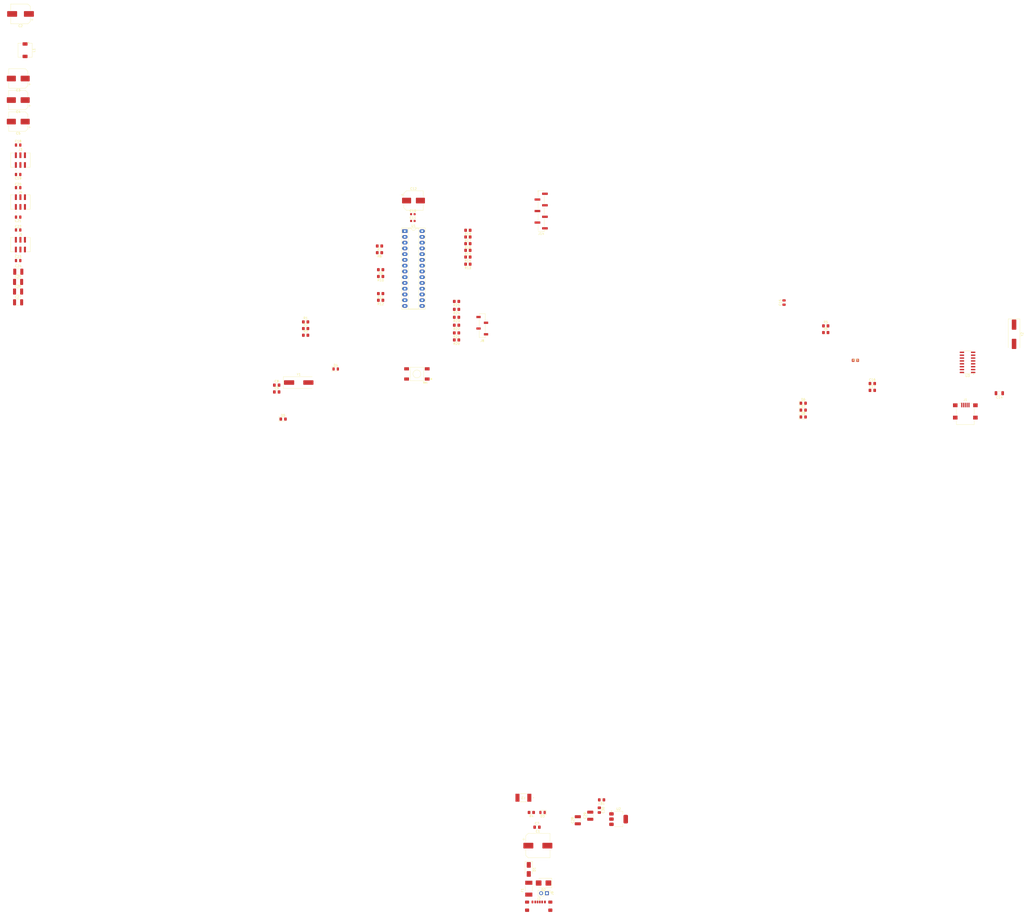
<source format=kicad_pcb>
(kicad_pcb (version 20241229) (generator "pcbnew") (generator_version "9.0")
  (layers (0 "F.Cu" signal) (2 "B.Cu" signal) (13 "F.Paste" user) (15 "B.Paste" user) (5 "F.SilkS" user "F.Silkscreen") (7 "B.SilkS" user "B.Silkscreen") (1 "F.Mask" user) (3 "B.Mask" user) (25 "Edge.Cuts" user))
  (net 0 "")
  (net 1 "+5v_Micro")
  (net 2 "GND")
  (net 3 "V5_SERVOS_PRE_L1")
  (net 4 "Net-(U1-PB7(PCINT7{slash}XTAL2{slash}TOSC2))")
  (net 5 "Net-(U1-PB6(PCINT6{slash}XTAL1{slash}TOSC1))")
  (net 6 "Net-(U3-XI)")
  (net 7 "Net-(U3-XO)")
  (net 8 "Net-(U2-VO)")
  (net 9 "3,3v")
  (net 10 "Net-(D1-A)")
  (net 11 "Net-(D3-A)")
  (net 12 "Net-(D4-A)")
  (net 13 "Net-(D5-A)")
  (net 14 "Net-(D6-A)")
  (net 15 "Net-(D7-A)")
  (net 16 "Net-(D8-A)")
  (net 17 "+5vE")
  (net 18 "Net-(J1-D-)")
  (net 20 "Net-(J1-D+)")
  (net 23 "S1")
  (net 24 "S2")
  (net 25 "S4")
  (net 26 "S3")
  (net 27 "S5")
  (net 28 "S6")
  (net 29 "ISP3")
  (net 30 "ISP4")
  (net 31 "ISP1")
  (net 32 "ISP2")
  (net 33 "Net-(J14-Pin_1)")
  (net 34 "Net-(J14-Pin_4)")
  (net 35 "Net-(J14-Pin_2)")
  (net 36 "Net-(J14-Pin_6)")
  (net 37 "Net-(J14-Pin_5)")
  (net 38 "Net-(J14-Pin_3)")
  (net 39 "Net-(U1-PC6(PCINT14{slash}~{RESET}))")
  (net 40 "Net-(U1-PB1(OC1A{slash}PCINT1))")
  (net 41 "Net-(U1-PB0(PCINT0{slash}CLKO{slash}ICP1))")
  (net 42 "USB_RX")
  (net 43 "Net-(U1-PD2(PCINT18{slash}INT0))")
  (net 44 "Net-(U1-PD3(PCINT19{slash}OC2B{slash}INT1))")
  (net 45 "Net-(U1-PD4(PCINT20{slash}XCK{slash}T0))")
  (net 46 "Net-(U1-PD5(PCINT21{slash}OC0B{slash}T1))")
  (net 47 "Net-(U1-PD6(PCINT22{slash}OC0A{slash}AIN0))")
  (net 48 "Net-(U1-PD7(PCINT23{slash}AIN1))")
  (net 49 "Net-(U1-PC0(ADC0{slash}PCINT8))")
  (net 50 "Net-(U1-PC1(ADC1{slash}PCINT9))")
  (net 51 "Net-(U1-PC2(ADC2{slash}PCINT10))")
  (net 52 "Net-(U1-PC3(ADC3{slash}PCINT11))")
  (net 53 "Net-(U1-PC4(ADC4{slash}SDA{slash}PCINT12))")
  (net 54 "Net-(U1-PC5(ADC5{slash}SCL{slash}PCINT13))")
  (net 55 "USB_TX")
  (net 56 "Net-(U1-PB3(MOSI{slash}OC2A{slash}PCINT3))")
  (net 57 "Net-(U1-PB4(MISO{slash}PCINT4))")
  (net 58 "Net-(U1-PB5(SCK{slash}PCINT5))")
  (net 59 "Net-(U1-PB2(~{SS}{slash}OC1B{slash}PCINT2))")
  (footprint "Crystal:Crystal_SMD_HC49-SD" (layer "F.Cu") (at 484.5 85.5 -90)
    (property "Reference" "Y2" (at 0 -3.55 90) (layer "F.SilkS"))
    (property "Value" "12Mhz")
    (pad "1" smd roundrect (at -4.25 0 270) (size 4.5 2) (layers "F.Cu" "F.Mask" "F.Paste") (roundrect_rratio 0.125) (net 7 "Net-(U3-XO)"))
    (pad "2" smd roundrect (at 4.25 0 270) (size 4.5 2) (layers "F.Cu" "F.Mask" "F.Paste") (roundrect_rratio 0.125) (net 6 "Net-(U3-XI)"))
  )
  (footprint "Resistor_SMD:R_0805_2012Metric_Pad1.20x1.40mm_HandSolder" (layer "F.Cu") (at 205 57 180)
    (property "Reference" "R9" (at 0 -1.65 0) (layer "F.SilkS"))
    (property "Value" "220Ω 1%")
    (pad "1" smd roundrect (at -1 0 180) (size 1.2 1.4) (layers "F.Cu" "F.Mask" "F.Paste") (roundrect_rratio 0.208333) (net 45 "Net-(U1-PD4(PCINT20{slash}XCK{slash}T0))"))
    (pad "2" smd roundrect (at 1 0 180) (size 1.2 1.4) (layers "F.Cu" "F.Mask" "F.Paste") (roundrect_rratio 0.208333) (net 26 "S3"))
  )
  (footprint "Connector_PinHeader_2.54mm:PinHeader_1x07_P2.54mm_Vertical_SMD_Pin1Left" (layer "F.Cu") (at 275.845 31.12 180)
    (property "Reference" "J14" (at 0 -10 0) (layer "F.SilkS"))
    (property "Value" "Conn_01x07_Socket")
    (pad "1" smd rect (at -1.655 -7.62 180) (size 2.51 1) (layers "F.Cu" "F.Mask" "F.Paste") (net 33 "Net-(J14-Pin_1)"))
    (pad "2" smd rect (at 1.655 -5.08 180) (size 2.51 1) (layers "F.Cu" "F.Mask" "F.Paste") (net 35 "Net-(J14-Pin_2)"))
    (pad "3" smd rect (at -1.655 -2.54 180) (size 2.51 1) (layers "F.Cu" "F.Mask" "F.Paste") (net 38 "Net-(J14-Pin_3)"))
    (pad "4" smd rect (at 1.655 0 180) (size 2.51 1) (layers "F.Cu" "F.Mask" "F.Paste") (net 34 "Net-(J14-Pin_4)"))
    (pad "5" smd rect (at -1.655 2.54 180) (size 2.51 1) (layers "F.Cu" "F.Mask" "F.Paste") (net 37 "Net-(J14-Pin_5)"))
    (pad "6" smd rect (at 1.655 5.08 180) (size 2.51 1) (layers "F.Cu" "F.Mask" "F.Paste") (net 36 "Net-(J14-Pin_6)"))
    (pad "7" smd rect (at -1.655 7.62 180) (size 2.51 1) (layers "F.Cu" "F.Mask" "F.Paste") (net 9 "3,3v"))
  )
  (footprint "Resistor_SMD:R_0805_2012Metric_Pad1.20x1.40mm_HandSolder" (layer "F.Cu") (at 238.5 88 180)
    (property "Reference" "R20" (at 0 -1.65 0) (layer "F.SilkS"))
    (property "Value" "33Ω 1%")
    (pad "1" smd roundrect (at -1 0 180) (size 1.2 1.4) (layers "F.Cu" "F.Mask" "F.Paste") (roundrect_rratio 0.208333) (net 31 "ISP1"))
    (pad "2" smd roundrect (at 1 0 180) (size 1.2 1.4) (layers "F.Cu" "F.Mask" "F.Paste") (roundrect_rratio 0.208333) (net 56 "Net-(U1-PB3(MOSI{slash}OC2A{slash}PCINT3))"))
  )
  (footprint "Package_DIP:DIP-28_W7.62mm_Socket_LongPads" (layer "F.Cu") (at 215.69 39.99)
    (property "Reference" "U1" (at 3.81 -2.33 0) (layer "F.SilkS"))
    (property "Value" "ATMEGA328-PU")
    (pad "1" thru_hole roundrect (at 0 0) (size 2.4 1.6) (drill 0.8) (layers "*.Cu" "*.Mask") (roundrect_rratio 0.15625) (net 39 "Net-(U1-PC6(PCINT14{slash}~{RESET}))"))
    (pad "2" thru_hole oval (at 0 2.54) (size 2.4 1.6) (drill 0.8) (layers "*.Cu" "*.Mask") (net 42 "USB_RX"))
    (pad "3" thru_hole oval (at 0 5.08) (size 2.4 1.6) (drill 0.8) (layers "*.Cu" "*.Mask") (net 55 "USB_TX"))
    (pad "4" thru_hole oval (at 0 7.62) (size 2.4 1.6) (drill 0.8) (layers "*.Cu" "*.Mask") (net 43 "Net-(U1-PD2(PCINT18{slash}INT0))"))
    (pad "5" thru_hole oval (at 0 10.16) (size 2.4 1.6) (drill 0.8) (layers "*.Cu" "*.Mask") (net 44 "Net-(U1-PD3(PCINT19{slash}OC2B{slash}INT1))"))
    (pad "6" thru_hole oval (at 0 12.7) (size 2.4 1.6) (drill 0.8) (layers "*.Cu" "*.Mask") (net 45 "Net-(U1-PD4(PCINT20{slash}XCK{slash}T0))"))
    (pad "7" thru_hole oval (at 0 15.24) (size 2.4 1.6) (drill 0.8) (layers "*.Cu" "*.Mask") (net 1 "+5v_Micro"))
    (pad "8" thru_hole oval (at 0 17.78) (size 2.4 1.6) (drill 0.8) (layers "*.Cu" "*.Mask") (net 2 "GND"))
    (pad "9" thru_hole oval (at 0 20.32) (size 2.4 1.6) (drill 0.8) (layers "*.Cu" "*.Mask") (net 5 "Net-(U1-PB6(PCINT6{slash}XTAL1{slash}TOSC1))"))
    (pad "10" thru_hole oval (at 0 22.86) (size 2.4 1.6) (drill 0.8) (layers "*.Cu" "*.Mask") (net 4 "Net-(U1-PB7(PCINT7{slash}XTAL2{slash}TOSC2))"))
    (pad "11" thru_hole oval (at 0 25.4) (size 2.4 1.6) (drill 0.8) (layers "*.Cu" "*.Mask") (net 46 "Net-(U1-PD5(PCINT21{slash}OC0B{slash}T1))"))
    (pad "12" thru_hole oval (at 0 27.94) (size 2.4 1.6) (drill 0.8) (layers "*.Cu" "*.Mask") (net 47 "Net-(U1-PD6(PCINT22{slash}OC0A{slash}AIN0))"))
    (pad "13" thru_hole oval (at 0 30.48) (size 2.4 1.6) (drill 0.8) (layers "*.Cu" "*.Mask") (net 48 "Net-(U1-PD7(PCINT23{slash}AIN1))"))
    (pad "14" thru_hole oval (at 0 33.02) (size 2.4 1.6) (drill 0.8) (layers "*.Cu" "*.Mask") (net 41 "Net-(U1-PB0(PCINT0{slash}CLKO{slash}ICP1))"))
    (pad "15" thru_hole oval (at 7.62 33.02) (size 2.4 1.6) (drill 0.8) (layers "*.Cu" "*.Mask") (net 40 "Net-(U1-PB1(OC1A{slash}PCINT1))"))
    (pad "16" thru_hole oval (at 7.62 30.48) (size 2.4 1.6) (drill 0.8) (layers "*.Cu" "*.Mask") (net 59 "Net-(U1-PB2(~{SS}{slash}OC1B{slash}PCINT2))"))
    (pad "17" thru_hole oval (at 7.62 27.94) (size 2.4 1.6) (drill 0.8) (layers "*.Cu" "*.Mask") (net 56 "Net-(U1-PB3(MOSI{slash}OC2A{slash}PCINT3))"))
    (pad "18" thru_hole oval (at 7.62 25.4) (size 2.4 1.6) (drill 0.8) (layers "*.Cu" "*.Mask") (net 57 "Net-(U1-PB4(MISO{slash}PCINT4))"))
    (pad "19" thru_hole oval (at 7.62 22.86) (size 2.4 1.6) (drill 0.8) (layers "*.Cu" "*.Mask") (net 58 "Net-(U1-PB5(SCK{slash}PCINT5))"))
    (pad "20" thru_hole oval (at 7.62 20.32) (size 2.4 1.6) (drill 0.8) (layers "*.Cu" "*.Mask") (net 1 "+5v_Micro"))
    (pad "21" thru_hole oval (at 7.62 17.78) (size 2.4 1.6) (drill 0.8) (layers "*.Cu" "*.Mask"))
    (pad "22" thru_hole oval (at 7.62 15.24) (size 2.4 1.6) (drill 0.8) (layers "*.Cu" "*.Mask") (net 2 "GND"))
    (pad "23" thru_hole oval (at 7.62 12.7) (size 2.4 1.6) (drill 0.8) (layers "*.Cu" "*.Mask") (net 49 "Net-(U1-PC0(ADC0{slash}PCINT8))"))
    (pad "24" thru_hole oval (at 7.62 10.16) (size 2.4 1.6) (drill 0.8) (layers "*.Cu" "*.Mask") (net 50 "Net-(U1-PC1(ADC1{slash}PCINT9))"))
    (pad "25" thru_hole oval (at 7.62 7.62) (size 2.4 1.6) (drill 0.8) (layers "*.Cu" "*.Mask") (net 51 "Net-(U1-PC2(ADC2{slash}PCINT10))"))
    (pad "26" thru_hole oval (at 7.62 5.08) (size 2.4 1.6) (drill 0.8) (layers "*.Cu" "*.Mask") (net 52 "Net-(U1-PC3(ADC3{slash}PCINT11))"))
    (pad "27" thru_hole oval (at 7.62 2.54) (size 2.4 1.6) (drill 0.8) (layers "*.Cu" "*.Mask") (net 53 "Net-(U1-PC4(ADC4{slash}SDA{slash}PCINT12))"))
    (pad "28" thru_hole oval (at 7.62 0) (size 2.4 1.6) (drill 0.8) (layers "*.Cu" "*.Mask") (net 54 "Net-(U1-PC5(ADC5{slash}SCL{slash}PCINT13))"))
  )
  (footprint "Resistor_SMD:R_0805_2012Metric_Pad1.20x1.40mm_HandSolder" (layer "F.Cu") (at 243.5 39.62 180)
    (property "Reference" "R18" (at 0 -1.65 0) (layer "F.SilkS"))
    (property "Value" "10KΩ 1%")
    (pad "1" smd roundrect (at -1 0 180) (size 1.2 1.4) (layers "F.Cu" "F.Mask" "F.Paste") (roundrect_rratio 0.208333) (net 54 "Net-(U1-PC5(ADC5{slash}SCL{slash}PCINT13))"))
    (pad "2" smd roundrect (at 1 0 180) (size 1.2 1.4) (layers "F.Cu" "F.Mask" "F.Paste") (roundrect_rratio 0.208333) (net 36 "Net-(J14-Pin_6)"))
  )
  (footprint "Capacitor_SMD:C_1210_3225Metric_Pad1.33x2.70mm_HandSolder" (layer "F.Cu") (at 45.0325 66.65)
    (property "Reference" "C26" (at 0 -2.3 0) (layer "F.SilkS"))
    (property "Value" "10UF-16V")
    (pad "1" smd roundrect (at -1.5625 0) (size 1.325 2.7) (layers "F.Cu" "F.Mask" "F.Paste") (roundrect_rratio 0.188679) (net 2 "GND"))
    (pad "2" smd roundrect (at 1.5625 0) (size 1.325 2.7) (layers "F.Cu" "F.Mask" "F.Paste") (roundrect_rratio 0.188679) (net 3 "V5_SERVOS_PRE_L1"))
  )
  (footprint "Resistor_SMD:R_0805_2012Metric_Pad1.20x1.40mm_HandSolder" (layer "F.Cu") (at 243.5 54.57 180)
    (property "Reference" "R13" (at 0 -1.65 0) (layer "F.SilkS"))
    (property "Value" "10KΩ 1%")
    (pad "1" smd roundrect (at -1 0 180) (size 1.2 1.4) (layers "F.Cu" "F.Mask" "F.Paste") (roundrect_rratio 0.208333) (net 49 "Net-(U1-PC0(ADC0{slash}PCINT8))"))
    (pad "2" smd roundrect (at 1 0 180) (size 1.2 1.4) (layers "F.Cu" "F.Mask" "F.Paste") (roundrect_rratio 0.208333) (net 33 "Net-(J14-Pin_1)"))
  )
  (footprint "Package_TO_SOT_SMD:SOT-223-3_TabPin2" (layer "F.Cu") (at 310 299.4375)
    (property "Reference" "U2" (at 0 -4.5 0) (layer "F.SilkS"))
    (property "Value" "AMS1117-3.3v")
    (pad "1" smd roundrect (at -3.15 -2.3) (size 2 1.5) (layers "F.Cu" "F.Mask" "F.Paste") (net 2 "GND"))
    (pad "2" smd roundrect (at -3.15 0) (size 2 1.5) (layers "F.Cu" "F.Mask" "F.Paste") (net 8 "Net-(U2-VO)"))
    (pad "2" smd roundrect (at 3.15 0) (size 2 3.8) (layers "F.Cu" "F.Mask" "F.Paste") (net 8 "Net-(U2-VO)"))
    (pad "3" smd roundrect (at -3.15 2.3) (size 2 1.5) (layers "F.Cu" "F.Mask" "F.Paste") (net 1 "+5v_Micro"))
  )
  (footprint "LED_SMD:LED_0805_2012Metric_Pad1.15x1.40mm_HandSolder" (layer "F.Cu") (at 391.475 122)
    (property "Reference" "D8" (at 0 -1.65 0) (layer "F.SilkS"))
    (property "Value" "LED Orange")
    (pad "1" smd roundrect (at -1.025 0) (size 1.15 1.4) (layers "F.Cu" "F.Mask" "F.Paste") (roundrect_rratio 0.217391) (net 2 "GND"))
    (pad "2" smd roundrect (at 1.025 0) (size 1.15 1.4) (layers "F.Cu" "F.Mask" "F.Paste") (roundrect_rratio 0.217391) (net 16 "Net-(D8-A)"))
  )
  (footprint "Resistor_SMD:R_0805_2012Metric_Pad1.20x1.40mm_HandSolder" (layer "F.Cu") (at 401.4 84.74)
    (property "Reference" "R6" (at 0 -1.65 0) (layer "F.SilkS"))
    (property "Value" "330Ω 1%")
    (pad "1" smd roundrect (at -1 0) (size 1.2 1.4) (layers "F.Cu" "F.Mask" "F.Paste") (roundrect_rratio 0.208333) (net 15 "Net-(D7-A)"))
    (pad "2" smd roundrect (at 1 0) (size 1.2 1.4) (layers "F.Cu" "F.Mask" "F.Paste") (roundrect_rratio 0.208333) (net 42 "USB_RX"))
  )
  (footprint "Capacitor_SMD:C_0805_2012Metric_Pad1.18x1.45mm_HandSolder" (layer "F.Cu") (at 421.9625 110.25)
    (property "Reference" "C17" (at 0 -1.68 0) (layer "F.SilkS"))
    (property "Value" "22pF 16v")
    (pad "1" smd roundrect (at -1.0375 0) (size 1.175 1.45) (layers "F.Cu" "F.Mask" "F.Paste") (roundrect_rratio 0.212766) (net 2 "GND"))
    (pad "2" smd roundrect (at 1.0375 0) (size 1.175 1.45) (layers "F.Cu" "F.Mask" "F.Paste") (roundrect_rratio 0.212766) (net 7 "Net-(U3-XO)"))
  )
  (footprint "Connector_USB:USB_Mini-B_Lumberg_2486_01_Horizontal" (layer "F.Cu") (at 463 119.425)
    (property "Reference" "J1" (at 0 -5 0) (layer "F.SilkS"))
    (property "Value" "USB_OTG")
    (pad "" np_thru_hole circle (at -2.2 0) (size 1 1) (drill 1) (layers "*.Cu" "*.Mask"))
    (pad "" np_thru_hole circle (at 2.2 0) (size 1 1) (drill 1) (layers "*.Cu" "*.Mask"))
    (pad "1" smd rect (at -1.6 -2.7) (size 0.5 2) (layers "F.Cu" "F.Mask" "F.Paste") (net 1 "+5v_Micro"))
    (pad "2" smd rect (at -0.8 -2.7) (size 0.5 2) (layers "F.Cu" "F.Mask" "F.Paste") (net 18 "Net-(J1-D-)"))
    (pad "3" smd rect (at 0 -2.7) (size 0.5 2) (layers "F.Cu" "F.Mask" "F.Paste") (net 20 "Net-(J1-D+)"))
    (pad "4" smd rect (at 0.8 -2.7) (size 0.5 2) (layers "F.Cu" "F.Mask" "F.Paste"))
    (pad "5" smd rect (at 1.6 -2.7) (size 0.5 2) (layers "F.Cu" "F.Mask" "F.Paste") (net 2 "GND"))
    (pad "6" smd rect (at -4.45 -2.6) (size 2 1.7) (layers "F.Cu" "F.Mask" "F.Paste") (net 2 "GND"))
    (pad "6" smd rect (at -4.45 2.85) (size 2 1.7) (layers "F.Cu" "F.Mask" "F.Paste") (net 2 "GND"))
    (pad "6" smd rect (at 4.45 -2.6) (size 2 1.7) (layers "F.Cu" "F.Mask" "F.Paste") (net 2 "GND"))
    (pad "6" smd rect (at 4.45 2.85) (size 2 1.7) (layers "F.Cu" "F.Mask" "F.Paste") (net 2 "GND"))
  )
  (footprint "Capacitor_SMD:C_0805_2012Metric" (layer "F.Cu") (at 383 71.51 90)
    (property "Reference" "C15" (at 0 -1.68 90) (layer "F.SilkS"))
    (property "Value" "0.1 µF 16v")
    (pad "1" smd roundrect (at -0.95 0 90) (size 1 1.45) (layers "F.Cu" "F.Mask" "F.Paste") (net 1 "+5v_Micro"))
    (pad "2" smd roundrect (at 0.95 0 90) (size 1 1.45) (layers "F.Cu" "F.Mask" "F.Paste") (net 2 "GND"))
  )
  (footprint "Resistor_SMD:R_0805_2012Metric_Pad1.20x1.40mm_HandSolder" (layer "F.Cu") (at 238.5 71 180)
    (property "Reference" "R25" (at 0 -1.65 0) (layer "F.SilkS"))
    (property "Value" "10 kΩ 1%")
    (pad "1" smd roundrect (at -1 0 180) (size 1.2 1.4) (layers "F.Cu" "F.Mask" "F.Paste") (roundrect_rratio 0.208333) (net 1 "+5v_Micro"))
    (pad "2" smd roundrect (at 1 0 180) (size 1.2 1.4) (layers "F.Cu" "F.Mask" "F.Paste") (roundrect_rratio 0.208333) (net 59 "Net-(U1-PB2(~{SS}{slash}OC1B{slash}PCINT2))"))
  )
  (footprint "Capacitor_SMD:CP_Elec_8x6.2" (layer "F.Cu") (at 45.1 -8.35 180)
    (property "Reference" "C5" (at 0 -5.2 0) (layer "F.SilkS"))
    (property "Value" "470UF 16V baja ESR")
    (pad "1" smd roundrect (at -3.05 0 180) (size 4 2.5) (layers "F.Cu" "F.Mask" "F.Paste") (roundrect_rratio 0.1) (net 3 "V5_SERVOS_PRE_L1"))
    (pad "2" smd roundrect (at 3.05 0 180) (size 4 2.5) (layers "F.Cu" "F.Mask" "F.Paste") (roundrect_rratio 0.1) (net 2 "GND"))
  )
  (footprint "Capacitor_SMD:C_0805_2012Metric" (layer "F.Cu") (at 45.05 33.8 180)
    (property "Reference" "C21" (at 0 -1.68 0) (layer "F.SilkS"))
    (property "Value" "100NF")
    (pad "1" smd roundrect (at -0.95 0 180) (size 1 1.45) (layers "F.Cu" "F.Mask" "F.Paste") (net 3 "V5_SERVOS_PRE_L1"))
    (pad "2" smd roundrect (at 0.95 0 180) (size 1 1.45) (layers "F.Cu" "F.Mask" "F.Paste") (net 2 "GND"))
  )
  (footprint "Capacitor_SMD:C_0805_2012Metric" (layer "F.Cu") (at 45.05 52.975)
    (property "Reference" "C23" (at 0 -1.68 0) (layer "F.SilkS"))
    (property "Value" "100NF")
    (pad "1" smd roundrect (at -0.95 0) (size 1 1.45) (layers "F.Cu" "F.Mask" "F.Paste") (net 2 "GND"))
    (pad "2" smd roundrect (at 0.95 0) (size 1 1.45) (layers "F.Cu" "F.Mask" "F.Paste") (net 3 "V5_SERVOS_PRE_L1"))
  )
  (footprint "Capacitor_SMD:C_1210_3225Metric_Pad1.33x2.70mm_HandSolder" (layer "F.Cu") (at 292 299.9375 90)
    (property "Reference" "C28" (at 0 -2.3 90) (layer "F.SilkS"))
    (property "Value" "10UF-16V")
    (pad "1" smd roundrect (at -1.5625 0 90) (size 1.325 2.7) (layers "F.Cu" "F.Mask" "F.Paste") (roundrect_rratio 0.188679) (net 1 "+5v_Micro"))
    (pad "2" smd roundrect (at 1.5625 0 90) (size 1.325 2.7) (layers "F.Cu" "F.Mask" "F.Paste") (roundrect_rratio 0.188679) (net 2 "GND"))
  )
  (footprint "Capacitor_SMD:C_0805_2012Metric_Pad1.18x1.45mm_HandSolder" (layer "F.Cu") (at 421.9625 107.24)
    (property "Reference" "C16" (at 0 -1.68 0) (layer "F.SilkS"))
    (property "Value" "22pF 16v")
    (pad "1" smd roundrect (at -1.0375 0) (size 1.175 1.45) (layers "F.Cu" "F.Mask" "F.Paste") (roundrect_rratio 0.212766) (net 2 "GND"))
    (pad "2" smd roundrect (at 1.0375 0) (size 1.175 1.45) (layers "F.Cu" "F.Mask" "F.Paste") (roundrect_rratio 0.212766) (net 6 "Net-(U3-XI)"))
  )
  (footprint "G823MB06221KYEU:AMPHENOL_G823MB06221KYEU" (layer "F.Cu") (at 46.05 45.95)
    (property "Reference" "J5" (at 0 -4.475 0) (layer "F.SilkS"))
    (property "Value" "G823MB06221KYEU")
    (pad "" np_thru_hole circle (at -1 0) (size 1.05 1.05) (drill 1.05) (layers "*.Cu" "*.Mask"))
    (pad "" np_thru_hole circle (at 1 0) (size 1.05 1.05) (drill 1.05) (layers "*.Cu" "*.Mask"))
    (pad "1" smd rect (at -2 2.15) (size 0.9 2.5) (layers "F.Cu" "F.Mask" "F.Paste") (net 2 "GND"))
    (pad "2" smd rect (at -2 -2.15) (size 0.9 2.5) (layers "F.Cu" "F.Mask" "F.Paste") (net 2 "GND"))
    (pad "3" smd rect (at 0 2.15) (size 0.9 2.5) (layers "F.Cu" "F.Mask" "F.Paste") (net 3 "V5_SERVOS_PRE_L1"))
    (pad "4" smd rect (at 0 -2.15) (size 0.9 2.5) (layers "F.Cu" "F.Mask" "F.Paste") (net 3 "V5_SERVOS_PRE_L1"))
    (pad "5" smd rect (at 2 2.15) (size 0.9 2.5) (layers "F.Cu" "F.Mask" "F.Paste") (net 28 "S6"))
    (pad "6" smd rect (at 2 -2.15) (size 0.9 2.5) (layers "F.Cu" "F.Mask" "F.Paste") (net 27 "S5"))
  )
  (footprint "Resistor_SMD:R_0805_2012Metric_Pad1.20x1.40mm_HandSolder" (layer "F.Cu") (at 401.4 81.79)
    (property "Reference" "R5" (at 0 -1.65 0) (layer "F.SilkS"))
    (property "Value" "330Ω 1%")
    (pad "1" smd roundrect (at -1 0) (size 1.2 1.4) (layers "F.Cu" "F.Mask" "F.Paste") (roundrect_rratio 0.208333) (net 14 "Net-(D6-A)"))
    (pad "2" smd roundrect (at 1 0) (size 1.2 1.4) (layers "F.Cu" "F.Mask" "F.Paste") (roundrect_rratio 0.208333) (net 1 "+5v_Micro"))
  )
  (footprint "LED_SMD:LED_0805_2012Metric" (layer "F.Cu") (at 276.4375 296.5 180)
    (property "Reference" "D3" (at 0 -1.65 0) (layer "F.SilkS"))
    (property "Value" "LED Red")
    (pad "1" smd roundrect (at -0.9375 0 180) (size 0.975 1.4) (layers "F.Cu" "F.Mask" "F.Paste") (net 2 "GND"))
    (pad "2" smd roundrect (at 0.9375 0 180) (size 0.975 1.4) (layers "F.Cu" "F.Mask" "F.Paste") (net 11 "Net-(D3-A)"))
  )
  (footprint "Resistor_SMD:R_0805_2012Metric_Pad1.20x1.40mm_HandSolder" (layer "F.Cu") (at 205 70.5 180)
    (property "Reference" "R12" (at 0 -1.65 0) (layer "F.SilkS"))
    (property "Value" "220Ω 1%")
    (pad "1" smd roundrect (at -1 0 180) (size 1.2 1.4) (layers "F.Cu" "F.Mask" "F.Paste") (roundrect_rratio 0.208333) (net 48 "Net-(U1-PD7(PCINT23{slash}AIN1))"))
    (pad "2" smd roundrect (at 1 0 180) (size 1.2 1.4) (layers "F.Cu" "F.Mask" "F.Paste") (roundrect_rratio 0.208333) (net 28 "S6"))
  )
  (footprint "ul_PTS18126V300:FUSE_PTS18126_COB" (layer "F.Cu") (at 268 290 180)
    (property "Reference" "F2" (at 0 0 180) (layer "F.SilkS"))
    (property "Value" "PTS18126V300")
    (pad "1" smd rect (at -2.615001 0 180) (size 1.778 3.5052) (layers "F.Cu" "F.Mask" "F.Paste") (net 1 "+5v_Micro"))
    (pad "2" smd rect (at 2.615001 0 180) (size 1.778 3.5052) (layers "F.Cu" "F.Mask" "F.Paste") (net 3 "V5_SERVOS_PRE_L1"))
  )
  (footprint "Capacitor_SMD:CP_Elec_8x6.2" (layer "F.Cu") (at 45.1 -17.85 180)
    (property "Reference" "C4" (at 0 -5.2 0) (layer "F.SilkS"))
    (property "Value" "470UF 16V baja ESR")
    (pad "1" smd roundrect (at -3.05 0 180) (size 4 2.5) (layers "F.Cu" "F.Mask" "F.Paste") (roundrect_rratio 0.1) (net 3 "V5_SERVOS_PRE_L1"))
    (pad "2" smd roundrect (at 3.05 0 180) (size 4 2.5) (layers "F.Cu" "F.Mask" "F.Paste") (roundrect_rratio 0.1) (net 2 "GND"))
  )
  (footprint "Capacitor_SMD:C_0805_2012Metric" (layer "F.Cu") (at 45.05 39.475 180)
    (property "Reference" "C22" (at 0 1.5 0) (layer "F.SilkS"))
    (property "Value" "100NF")
    (pad "1" smd roundrect (at -0.95 0 180) (size 1 1.45) (layers "F.Cu" "F.Mask" "F.Paste") (net 3 "V5_SERVOS_PRE_L1"))
    (pad "2" smd roundrect (at 0.95 0 180) (size 1 1.45) (layers "F.Cu" "F.Mask" "F.Paste") (net 2 "GND"))
  )
  (footprint "Capacitor_SMD:C_1210_3225Metric_Pad1.33x2.70mm_HandSolder" (layer "F.Cu") (at 45.0325 71.395)
    (property "Reference" "C27" (at 0 -2.3 0) (layer "F.SilkS"))
    (property "Value" "22UF-16V")
    (pad "1" smd roundrect (at -1.5625 0) (size 1.325 2.7) (layers "F.Cu" "F.Mask" "F.Paste") (roundrect_rratio 0.188679) (net 2 "GND"))
    (pad "2" smd roundrect (at 1.5625 0) (size 1.325 2.7) (layers "F.Cu" "F.Mask" "F.Paste") (roundrect_rratio 0.188679) (net 3 "V5_SERVOS_PRE_L1"))
  )
  (footprint "LED_SMD:LED_0805_2012Metric_Pad1.15x1.40mm_HandSolder" (layer "F.Cu") (at 391.475 118.96)
    (property "Reference" "D7" (at 0 -1.65 0) (layer "F.SilkS"))
    (property "Value" "LED Yellow")
    (pad "1" smd roundrect (at -1.025 0) (size 1.15 1.4) (layers "F.Cu" "F.Mask" "F.Paste") (roundrect_rratio 0.217391) (net 2 "GND"))
    (pad "2" smd roundrect (at 1.025 0) (size 1.15 1.4) (layers "F.Cu" "F.Mask" "F.Paste") (roundrect_rratio 0.217391) (net 15 "Net-(D7-A)"))
  )
  (footprint "Capacitor_SMD:C_0805_2012Metric_Pad1.18x1.45mm_HandSolder" (layer "F.Cu") (at 159.14 110.95)
    (property "Reference" "C9" (at 0 -1.68 0) (layer "F.SilkS"))
    (property "Value" "22pF 16v")
    (pad "1" smd roundrect (at -1.0375 0) (size 1.175 1.45) (layers "F.Cu" "F.Mask" "F.Paste") (roundrect_rratio 0.212766) (net 2 "GND"))
    (pad "2" smd roundrect (at 1.0375 0) (size 1.175 1.45) (layers "F.Cu" "F.Mask" "F.Paste") (roundrect_rratio 0.212766) (net 5 "Net-(U1-PB6(PCINT6{slash}XTAL1{slash}TOSC1))"))
  )
  (footprint "Capacitor_SMD:CP_Elec_8x6.2" (layer "F.Cu") (at 219.5 26.5)
    (property "Reference" "C12" (at 0 -5.2 0) (layer "F.SilkS"))
    (property "Value" "47µF 16v")
    (pad "1" smd roundrect (at -3.05 0) (size 4 2.5) (layers "F.Cu" "F.Mask" "F.Paste") (roundrect_rratio 0.1) (net 1 "+5v_Micro"))
    (pad "2" smd roundrect (at 3.05 0) (size 4 2.5) (layers "F.Cu" "F.Mask" "F.Paste") (roundrect_rratio 0.1) (net 2 "GND"))
  )
  (footprint "Resistor_SMD:R_0805_2012Metric_Pad1.20x1.40mm_HandSolder" (layer "F.Cu") (at 205 60 180)
    (property "Reference" "R10" (at 0 -1.65 0) (layer "F.SilkS"))
    (property "Value" "220Ω 1%")
    (pad "1" smd roundrect (at -1 0 180) (size 1.2 1.4) (layers "F.Cu" "F.Mask" "F.Paste") (roundrect_rratio 0.208333) (net 46 "Net-(U1-PD5(PCINT21{slash}OC0B{slash}T1))"))
    (pad "2" smd roundrect (at 1 0 180) (size 1.2 1.4) (layers "F.Cu" "F.Mask" "F.Paste") (roundrect_rratio 0.208333) (net 25 "S4"))
  )
  (footprint "Resistor_SMD:R_0805_2012Metric_Pad1.20x1.40mm_HandSolder" (layer "F.Cu") (at 238.5 84.9 180)
    (property "Reference" "R21" (at 0 -1.65 0) (layer "F.SilkS"))
    (property "Value" "33Ω 1%")
    (pad "1" smd roundrect (at -1 0 180) (size 1.2 1.4) (layers "F.Cu" "F.Mask" "F.Paste") (roundrect_rratio 0.208333) (net 32 "ISP2"))
    (pad "2" smd roundrect (at 1 0 180) (size 1.2 1.4) (layers "F.Cu" "F.Mask" "F.Paste") (roundrect_rratio 0.208333) (net 57 "Net-(U1-PB4(MISO{slash}PCINT4))"))
  )
  (footprint "Resistor_SMD:R_0805_2012Metric_Pad1.20x1.40mm_HandSolder" (layer "F.Cu") (at 243.5 48.47 180)
    (property "Reference" "R15" (at 0 -1.65 0) (layer "F.SilkS"))
    (property "Value" "10KΩ 1%")
    (pad "1" smd roundrect (at -1 0 180) (size 1.2 1.4) (layers "F.Cu" "F.Mask" "F.Paste") (roundrect_rratio 0.208333) (net 51 "Net-(U1-PC2(ADC2{slash}PCINT10))"))
    (pad "2" smd roundrect (at 1 0 180) (size 1.2 1.4) (layers "F.Cu" "F.Mask" "F.Paste") (roundrect_rratio 0.208333) (net 38 "Net-(J14-Pin_3)"))
  )
  (footprint "Resistor_SMD:R_0805_2012Metric_Pad1.20x1.40mm_HandSolder" (layer "F.Cu") (at 171.9 85.93)
    (property "Reference" "R3" (at 0 -1.65 0) (layer "F.SilkS"))
    (property "Value" "330Ω 1%")
    (pad "1" smd roundrect (at -1 0) (size 1.2 1.4) (layers "F.Cu" "F.Mask" "F.Paste") (roundrect_rratio 0.208333) (net 12 "Net-(D4-A)"))
    (pad "2" smd roundrect (at 1 0) (size 1.2 1.4) (layers "F.Cu" "F.Mask" "F.Paste") (roundrect_rratio 0.208333) (net 41 "Net-(U1-PB0(PCINT0{slash}CLKO{slash}ICP1))"))
  )
  (footprint "Inductor_SMD:L_TDK_SLF6045" (layer "F.Cu") (at 48.1 -39.85 -90)
    (property "Reference" "L1" (at 0 -3.95 90) (layer "F.SilkS"))
    (property "Value" "L_Small")
    (pad "1" smd roundrect (at -2.75 0 270) (size 1.5 2.2) (layers "F.Cu" "F.Mask" "F.Paste") (roundrect_rratio 0.166667) (net 3 "V5_SERVOS_PRE_L1"))
    (pad "2" smd roundrect (at 2.75 0 270) (size 1.5 2.2) (layers "F.Cu" "F.Mask" "F.Paste") (roundrect_rratio 0.166667) (net 3 "V5_SERVOS_PRE_L1"))
  )
  (footprint "Resistor_SMD:R_0805_2012Metric_Pad1.20x1.40mm_HandSolder" (layer "F.Cu") (at 205 67.55 180)
    (property "Reference" "R11" (at 0 -1.65 0) (layer "F.SilkS"))
    (property "Value" "220Ω 1%")
    (pad "1" smd roundrect (at -1 0 180) (size 1.2 1.4) (layers "F.Cu" "F.Mask" "F.Paste") (roundrect_rratio 0.208333) (net 47 "Net-(U1-PD6(PCINT22{slash}OC0A{slash}AIN0))"))
    (pad "2" smd roundrect (at 1 0 180) (size 1.2 1.4) (layers "F.Cu" "F.Mask" "F.Paste") (roundrect_rratio 0.208333) (net 27 "S5"))
  )
  (footprint "Connector_USB:USB_C_Receptacle_GCT_USB4135-GF-A_6P_TopMnt_Horizontal" (layer "F.Cu") (at 274.75 339.0325)
    (property "Reference" "J2" (at 0 -4.5 0) (layer "F.SilkS"))
    (property "Value" "USB_C_Receptacle_PowerOnly_6P +5v")
    (pad "A5" smd roundrect (at -0.5 -3.0325) (size 0.7 1.2) (layers "F.Cu" "F.Mask" "F.Paste"))
    (pad "A9" smd roundrect (at 1.52 -3.0325 180) (size 0.76 1.2) (layers "F.Cu" "F.Mask" "F.Paste") (net 17 "+5vE"))
    (pad "A12" smd roundrect (at 2.75 -3.0325 180) (size 0.8 1.2) (layers "F.Cu" "F.Mask" "F.Paste") (net 2 "GND"))
    (pad "B5" smd roundrect (at 0.5 -3.0325 180) (size 0.7 1.2) (layers "F.Cu" "F.Mask" "F.Paste"))
    (pad "B9" smd roundrect (at -1.52 -3.0325) (size 0.76 1.2) (layers "F.Cu" "F.Mask" "F.Paste") (net 17 "+5vE"))
    (pad "B12" smd roundrect (at -2.75 -3.0325) (size 0.8 1.2) (layers "F.Cu" "F.Mask" "F.Paste") (net 2 "GND"))
    (pad "S1" smd roundrect (at -5.125 -2.9775) (size 1.8 1.35) (layers "F.Cu" "F.Mask" "F.Paste") (roundrect_rratio 0.1851851852) (net 2 "GND"))
    (pad "S1" smd roundrect (at -5.125 0.6025) (size 1.8 1.5) (layers "F.Cu" "F.Mask" "F.Paste") (roundrect_rratio 0.1666666667) (net 2 "GND"))
    (pad "S1" smd roundrect (at 5.125 -2.9775) (size 1.8 1.35) (layers "F.Cu" "F.Mask" "F.Paste") (roundrect_rratio 0.1851851852) (net 2 "GND"))
    (pad "S1" smd roundrect (at 5.125 0.6025) (size 1.8 1.5) (layers "F.Cu" "F.Mask" "F.Paste") (roundrect_rratio 0.1666666667) (net 2 "GND"))
  )
  (footprint "Capacitor_SMD:C_0805_2012Metric_Pad1.18x1.45mm_HandSolder" (layer "F.Cu") (at 274 303)
    (property "Reference" "C7" (at 0 -1.68 0) (layer "F.SilkS"))
    (property "Value" "100nF 16v")
    (pad "1" smd roundrect (at -1.0375 0) (size 1.175 1.45) (layers "F.Cu" "F.Mask" "F.Paste") (roundrect_rratio 0.212766) (net 1 "+5v_Micro"))
    (pad "2" smd roundrect (at 1.0375 0) (size 1.175 1.45) (layers "F.Cu" "F.Mask" "F.Paste") (roundrect_rratio 0.212766) (net 2 "GND"))
  )
  (footprint "LED_SMD:LED_0805_2012Metric_Pad1.15x1.40mm_HandSolder" (layer "F.Cu") (at 161.975 122.92)
    (property "Reference" "D5" (at 0 -1.65 0) (layer "F.SilkS"))
    (property "Value" "LED Blue")
    (pad "1" smd roundrect (at -1.025 0) (size 1.15 1.4) (layers "F.Cu" "F.Mask" "F.Paste") (roundrect_rratio 0.217391) (net 2 "GND"))
    (pad "2" smd roundrect (at 1.025 0) (size 1.15 1.4) (layers "F.Cu" "F.Mask" "F.Paste") (roundrect_rratio 0.217391) (net 13 "Net-(D5-A)"))
  )
  (footprint "Capacitor_SMD:C_1210_3225Metric_Pad1.33x2.70mm_HandSolder" (layer "F.Cu") (at 297.5 297.9375 90)
    (property "Reference" "C29" (at 0 -2.3 90) (layer "F.SilkS"))
    (property "Value" "10UF-16V")
    (pad "1" smd roundrect (at -1.5625 0 90) (size 1.325 2.7) (layers "F.Cu" "F.Mask" "F.Paste") (roundrect_rratio 0.188679) (net 8 "Net-(U2-VO)"))
    (pad "2" smd roundrect (at 1.5625 0 90) (size 1.325 2.7) (layers "F.Cu" "F.Mask" "F.Paste") (roundrect_rratio 0.188679) (net 2 "GND"))
  )
  (footprint "Resistor_SMD:R_0805_2012Metric_Pad1.20x1.40mm_HandSolder" (layer "F.Cu") (at 204.5 46.55 180)
    (property "Reference" "R7" (at 0 -1.65 0) (layer "F.SilkS"))
    (property "Value" "220Ω 1%")
    (pad "1" smd roundrect (at -1 0 180) (size 1.2 1.4) (layers "F.Cu" "F.Mask" "F.Paste") (roundrect_rratio 0.208333) (net 43 "Net-(U1-PD2(PCINT18{slash}INT0))"))
    (pad "2" smd roundrect (at 1 0 180) (size 1.2 1.4) (layers "F.Cu" "F.Mask" "F.Paste") (roundrect_rratio 0.208333) (net 23 "S1"))
  )
  (footprint "Crystal:Crystal_SMD_HC49-SD" (layer "F.Cu") (at 168.865 106.8)
    (property "Reference" "Y1" (at 0 -3.55 0) (layer "F.SilkS"))
    (property "Value" "Crystal 20Mhz")
    (pad "1" smd roundrect (at -4.25 0) (size 4.5 2) (layers "F.Cu" "F.Mask" "F.Paste") (roundrect_rratio 0.125) (net 5 "Net-(U1-PB6(PCINT6{slash}XTAL1{slash}TOSC1))"))
    (pad "2" smd roundrect (at 4.25 0) (size 4.5 2) (layers "F.Cu" "F.Mask" "F.Paste") (roundrect_rratio 0.125) (net 4 "Net-(U1-PB7(PCINT7{slash}XTAL2{slash}TOSC2))"))
  )
  (footprint "Resistor_SMD:R_0805_2012Metric_Pad1.20x1.40mm_HandSolder" (layer "F.Cu") (at 171.9 82.98)
    (property "Reference" "R2" (at 0 -1.65 0) (layer "F.SilkS"))
    (property "Value" "330Ω 1%")
    (pad "1" smd roundrect (at -1 0) (size 1.2 1.4) (layers "F.Cu" "F.Mask" "F.Paste") (roundrect_rratio 0.208333) (net 13 "Net-(D5-A)"))
    (pad "2" smd roundrect (at 1 0) (size 1.2 1.4) (layers "F.Cu" "F.Mask" "F.Paste") (roundrect_rratio 0.208333) (net 40 "Net-(U1-PB1(OC1A{slash}PCINT1))"))
  )
  (footprint "Capacitor_SMD:C_0805_2012Metric" (layer "F.Cu") (at 45.05 2)
    (property "Reference" "C18" (at 0 -1.68 0) (layer "F.SilkS"))
    (property "Value" "100NF")
    (pad "1" smd roundrect (at -0.95 0) (size 1 1.45) (layers "F.Cu" "F.Mask" "F.Paste") (net 2 "GND"))
    (pad "2" smd roundrect (at 0.95 0) (size 1 1.45) (layers "F.Cu" "F.Mask" "F.Paste") (net 3 "V5_SERVOS_PRE_L1"))
  )
  (footprint "Capacitor_SMD:C_1210_3225Metric_Pad1.33x2.70mm_HandSolder" (layer "F.Cu") (at 45.0325 62.4)
    (property "Reference" "C25" (at 0 -2.3 0) (layer "F.SilkS"))
    (property "Value" "4,7UF-16V")
    (pad "1" smd roundrect (at -1.5625 0) (size 1.325 2.7) (layers "F.Cu" "F.Mask" "F.Paste") (roundrect_rratio 0.188679) (net 2 "GND"))
    (pad "2" smd roundrect (at 1.5625 0) (size 1.325 2.7) (layers "F.Cu" "F.Mask" "F.Paste") (roundrect_rratio 0.188679) (net 3 "V5_SERVOS_PRE_L1"))
  )
  (footprint "G823MB06221KYEU:AMPHENOL_G823MB06221KYEU" (layer "F.Cu") (at 46.05 27.15)
    (property "Reference" "J4" (at 0 -4.35 0) (layer "F.SilkS"))
    (property "Value" "G823MB06221KYEU")
    (pad "" np_thru_hole circle (at -1 0) (size 1.05 1.05) (drill 1.05) (layers "*.Cu" "*.Mask"))
    (pad "" np_thru_hole circle (at 1 0) (size 1.05 1.05) (drill 1.05) (layers "*.Cu" "*.Mask"))
    (pad "1" smd rect (at -2 2.15) (size 0.9 2.5) (layers "F.Cu" "F.Mask" "F.Paste") (net 2 "GND"))
    (pad "2" smd rect (at -2 -2.15) (size 0.9 2.5) (layers "F.Cu" "F.Mask" "F.Paste") (net 2 "GND"))
    (pad "3" smd rect (at 0 2.15) (size 0.9 2.5) (layers "F.Cu" "F.Mask" "F.Paste") (net 3 "V5_SERVOS_PRE_L1"))
    (pad "4" smd rect (at 0 -2.15) (size 0.9 2.5) (layers "F.Cu" "F.Mask" "F.Paste") (net 3 "V5_SERVOS_PRE_L1"))
    (pad "5" smd rect (at 2 2.15) (size 0.9 2.5) (layers "F.Cu" "F.Mask" "F.Paste") (net 25 "S4"))
    (pad "6" smd rect (at 2 -2.15) (size 0.9 2.5) (layers "F.Cu" "F.Mask" "F.Paste") (net 26 "S3"))
  )
  (footprint "Diode_SMD:D_SMA" (layer "F.Cu") (at 270.375 321.635 -90)
    (property "Reference" "D1" (at 0 -2.5 90) (layer "F.SilkS"))
    (property "Value" "SS14")
    (pad "1" smd roundrect (at -2 0 270) (size 2.5 1.8) (layers "F.Cu" "F.Mask" "F.Paste") (roundrect_rratio 0.1388888889) (net 1 "+5v_Micro"))
    (pad "2" smd roundrect (at 2 0 270) (size 2.5 1.8) (layers "F.Cu" "F.Mask" "F.Paste") (roundrect_rratio 0.1388888889) (net 10 "Net-(D1-A)"))
  )
  (footprint "Resistor_SMD:R_0805_2012Metric_Pad1.20x1.40mm_HandSolder" (layer "F.Cu") (at 204.5 49.5 180)
    (property "Reference" "R8" (at 0 -1.65 0) (layer "F.SilkS"))
    (property "Value" "220Ω 1%")
    (pad "1" smd roundrect (at -1 0 180) (size 1.2 1.4) (layers "F.Cu" "F.Mask" "F.Paste") (roundrect_rratio 0.208333) (net 44 "Net-(U1-PD3(PCINT19{slash}OC2B{slash}INT1))"))
    (pad "2" smd roundrect (at 1 0 180) (size 1.2 1.4) (layers "F.Cu" "F.Mask" "F.Paste") (roundrect_rratio 0.208333) (net 24 "S2"))
  )
  (footprint "Capacitor_SMD:C_0603_1608Metric" (layer "F.Cu") (at 219.225 32.5)
    (property "Reference" "C10" (at 0 -1.43 0) (layer "F.SilkS"))
    (property "Value" "0.1UF 16v")
    (pad "1" smd roundrect (at -0.775 0) (size 0.9 0.95) (layers "F.Cu" "F.Mask" "F.Paste") (net 1 "+5v_Micro"))
    (pad "2" smd roundrect (at 0.775 0) (size 0.9 0.95) (layers "F.Cu" "F.Mask" "F.Paste") (net 2 "GND"))
  )
  (footprint "Resistor_SMD:R_0805_2012Metric_Pad1.20x1.40mm_HandSolder" (layer "F.Cu") (at 171.9 80.03)
    (property "Reference" "R1" (at 0 -1.65 0) (layer "F.SilkS"))
    (property "Value" "10 kΩ 1%")
    (pad "1" smd roundrect (at -1 0) (size 1.2 1.4) (layers "F.Cu" "F.Mask" "F.Paste") (roundrect_rratio 0.208333) (net 1 "+5v_Micro"))
    (pad "2" smd roundrect (at 1 0) (size 1.2 1.4) (layers "F.Cu" "F.Mask" "F.Paste") (roundrect_rratio 0.208333) (net 39 "Net-(U1-PC6(PCINT14{slash}~{RESET}))"))
  )
  (footprint "Capacitor_SMD:C_1206_3216Metric" (layer "F.Cu") (at 478 111.5 180)
    (property "Reference" "C14" (at 0 -1.85 0) (layer "F.SilkS"))
    (property "Value" "10µF 16v")
    (pad "1" smd roundrect (at -1.475 0 180) (size 1.15 1.8) (layers "F.Cu" "F.Mask" "F.Paste") (roundrect_rratio 0.217391) (net 1 "+5v_Micro"))
    (pad "2" smd roundrect (at 1.475 0 180) (size 1.15 1.8) (layers "F.Cu" "F.Mask" "F.Paste") (roundrect_rratio 0.217391) (net 2 "GND"))
  )
  (footprint "Capacitor_SMD:C_0805_2012Metric_Pad1.18x1.45mm_HandSolder" (layer "F.Cu") (at 301.5 295.475 -90)
    (property "Reference" "C30" (at 0 -1.68 90) (layer "F.SilkS"))
    (property "Value" "0.1µF 16V")
    (pad "1" smd roundrect (at -1.0375 0 270) (size 1.175 1.45) (layers "F.Cu" "F.Mask" "F.Paste") (roundrect_rratio 0.212766) (net 9 "3,3v"))
    (pad "2" smd roundrect (at 1.0375 0 270) (size 1.175 1.45) (layers "F.Cu" "F.Mask" "F.Paste") (roundrect_rratio 0.212766) (net 2 "GND"))
  )
  (footprint "Capacitor_SMD:C_1210_3225Metric_Pad1.33x2.70mm_HandSolder" (layer "F.Cu") (at 45.1125 57.895 180)
    (property "Reference" "C24" (at 0 2.5 0) (layer "F.SilkS"))
    (property "Value" "1UF-16V")
    (pad "1" smd roundrect (at -1.5625 0 180) (size 1.325 2.7) (layers "F.Cu" "F.Mask" "F.Paste") (roundrect_rratio 0.188679) (net 3 "V5_SERVOS_PRE_L1"))
    (pad "2" smd roundrect (at 1.5625 0 180) (size 1.325 2.7) (layers "F.Cu" "F.Mask" "F.Paste") (roundrect_rratio 0.188679) (net 2 "GND"))
  )
  (footprint "Capacitor_SMD:C_0805_2012Metric" (layer "F.Cu") (at 45.05 20.8 180)
    (property "Reference" "C20" (at 0 1.5 0) (layer "F.SilkS"))
    (property "Value" "100NF")
    (pad "1" smd roundrect (at -0.95 0 180) (size 1 1.45) (layers "F.Cu" "F.Mask" "F.Paste") (net 3 "V5_SERVOS_PRE_L1"))
    (pad "2" smd roundrect (at 0.95 0 180) (size 1 1.45) (layers "F.Cu" "F.Mask" "F.Paste") (net 2 "GND"))
  )
  (footprint "Resistor_SMD:R_0805_2012Metric_Pad1.20x1.40mm_HandSolder" (layer "F.Cu") (at 243.5 42.57 180)
    (property "Reference" "R17" (at 0 -1.65 0) (layer "F.SilkS"))
    (property "Value" "10KΩ 1%")
    (pad "1" smd roundrect (at -1 0 180) (size 1.2 1.4) (layers "F.Cu" "F.Mask" "F.Paste") (roundrect_rratio 0.208333) (net 53 "Net-(U1-PC4(ADC4{slash}SDA{slash}PCINT12))"))
    (pad "2" smd roundrect (at 1 0 180) (size 1.2 1.4) (layers "F.Cu" "F.Mask" "F.Paste") (roundrect_rratio 0.208333) (net 37 "Net-(J14-Pin_5)"))
  )
  (footprint "Resistor_SMD:R_0805_2012Metric_Pad1.20x1.40mm_HandSolder" (layer "F.Cu") (at 243.5 51.42 180)
    (property "Reference" "R14" (at 0 -1.65 0) (layer "F.SilkS"))
    (property "Value" "10KΩ 1%")
    (pad "1" smd roundrect (at -1 0 180) (size 1.2 1.4) (layers "F.Cu" "F.Mask" "F.Paste") (roundrect_rratio 0.208333) (net 50 "Net-(U1-PC1(ADC1{slash}PCINT9))"))
    (pad "2" smd roundrect (at 1 0 180) (size 1.2 1.4) (layers "F.Cu" "F.Mask" "F.Paste") (roundrect_rratio 0.208333) (net 35 "Net-(J14-Pin_2)"))
  )
  (footprint "Diode_SMD:D_SMB" (layer "F.Cu") (at 276.875 327.635 180)
    (property "Reference" "D2" (at 0 -3 0) (layer "F.SilkS"))
    (property "Value" "D_TVS 9V SMBJ12A")
    (pad "1" smd roundrect (at -2.15 0 180) (size 2.5 2.3) (layers "F.Cu" "F.Mask" "F.Paste") (roundrect_rratio 0.1086956522) (net 2 "GND"))
    (pad "2" smd roundrect (at 2.15 0 180) (size 2.5 2.3) (layers "F.Cu" "F.Mask" "F.Paste") (roundrect_rratio 0.1086956522) (net 10 "Net-(D1-A)"))
  )
  (footprint "Capacitor_SMD:C_0603_1608Metric" (layer "F.Cu") (at 219.225 35.5)
    (property "Reference" "C11" (at 0 -1.43 0) (layer "F.SilkS"))
    (property "Value" "0.1UF 16v")
    (pad "1" smd roundrect (at -0.775 0) (size 0.9 0.95) (layers "F.Cu" "F.Mask" "F.Paste") (net 1 "+5v_Micro"))
    (pad "2" smd roundrect (at 0.775 0) (size 0.9 0.95) (layers "F.Cu" "F.Mask" "F.Paste") (net 2 "GND"))
  )
  (footprint "Capacitor_SMD:C_0805_2012Metric_Pad1.18x1.45mm_HandSolder" (layer "F.Cu") (at 159.14 107.94)
    (property "Reference" "C8" (at 0 -1.68 0) (layer "F.SilkS"))
    (property "Value" "22pF 16v")
    (pad "1" smd roundrect (at -1.0375 0) (size 1.175 1.45) (layers "F.Cu" "F.Mask" "F.Paste") (roundrect_rratio 0.212766) (net 4 "Net-(U1-PB7(PCINT7{slash}XTAL2{slash}TOSC2))"))
    (pad "2" smd roundrect (at 1.0375 0) (size 1.175 1.45) (layers "F.Cu" "F.Mask" "F.Paste") (roundrect_rratio 0.212766) (net 2 "GND"))
  )
  (footprint "Capacitor_SMD:CP_Elec_8x10.5" (layer "F.Cu") (at 46.1 -55.85 180)
    (property "Reference" "C2" (at 0 -5.3 0) (layer "F.SilkS"))
    (property "Value" "4.7UF 16v")
    (pad "1" smd roundrect (at -3.7 0 180) (size 4.4 2.5) (layers "F.Cu" "F.Mask" "F.Paste") (roundrect_rratio 0.1) (net 3 "V5_SERVOS_PRE_L1"))
    (pad "2" smd roundrect (at 3.7 0 180) (size 4.4 2.5) (layers "F.Cu" "F.Mask" "F.Paste") (roundrect_rratio 0.1) (net 2 "GND"))
  )
  (footprint "G823MB06221KYEU:AMPHENOL_G823MB06221KYEU" (layer "F.Cu") (at 46.05 8.65)
    (property "Reference" "J3" (at 0 -4.65 0) (layer "F.SilkS"))
    (property "Value" "G823MB06221KYEU")
    (pad "" np_thru_hole circle (at -1 0) (size 1.05 1.05) (drill 1.05) (layers "*.Cu" "*.Mask"))
    (pad "" np_thru_hole circle (at 1 0) (size 1.05 1.05) (drill 1.05) (layers "*.Cu" "*.Mask"))
    (pad "1" smd rect (at -2 2.15) (size 0.9 2.5) (layers "F.Cu" "F.Mask" "F.Paste") (net 2 "GND"))
    (pad "2" smd rect (at -2 -2.15) (size 0.9 2.5) (layers "F.Cu" "F.Mask" "F.Paste") (net 2 "GND"))
    (pad "3" smd rect (at 0 2.15) (size 0.9 2.5) (layers "F.Cu" "F.Mask" "F.Paste") (net 3 "V5_SERVOS_PRE_L1"))
    (pad "4" smd rect (at 0 -2.15) (size 0.9 2.5) (layers "F.Cu" "F.Mask" "F.Paste") (net 3 "V5_SERVOS_PRE_L1"))
    (pad "5" smd rect (at 2 2.15) (size 0.9 2.5) (layers "F.Cu" "F.Mask" "F.Paste") (net 24 "S2"))
    (pad "6" smd rect (at 2 -2.15) (size 0.9 2.5) (layers "F.Cu" "F.Mask" "F.Paste") (net 23 "S1"))
  )
  (footprint "Connector_PinHeader_2.54mm:PinHeader_1x02_P2.54mm_Vertical" (layer "F.Cu") (at 278.375 332.135 -90)
    (property "Reference" "J9" (at 0 -2.38 90) (layer "F.SilkS"))
    (property "Value" "Conn_01x02_Socket")
    (pad "1" thru_hole rect (at 0 0 270) (size 1.7 1.7) (drill 1) (layers "*.Cu" "*.Mask") (net 2 "GND"))
    (pad "2" thru_hole circle (at 0 2.54 270) (size 1.7 1.7) (drill 1) (layers "*.Cu" "*.Mask") (net 17 "+5vE"))
  )
  (footprint "Capacitor_SMD:CP_Elec_8x6.2" (layer "F.Cu") (at 45.1 -27.35 180)
    (property "Reference" "C3" (at 0 -5.2 0) (layer "F.SilkS"))
    (property "Value" "470UF 16V baja ESR")
    (pad "1" smd roundrect (at -3.05 0 180) (size 4 2.5) (layers "F.Cu" "F.Mask" "F.Paste") (roundrect_rratio 0.1) (net 3 "V5_SERVOS_PRE_L1"))
    (pad "2" smd roundrect (at 3.05 0 180) (size 4 2.5) (layers "F.Cu" "F.Mask" "F.Paste") (roundrect_rratio 0.1) (net 2 "GND"))
  )
  (footprint "1812L110_24DR:FUSM4632X200N" (layer "F.Cu") (at 270.375 330.135 90)
    (property "Reference" "F1" (at -0.72616 -2.83951 90) (layer "F.SilkS") (effects (font (size 1.001591 1.001591))))
    (property "Value" "1812L110_24DR")
    (pad "1" smd rect (at -2.615 0 90) (size 1.78 3.15) (layers "F.Cu" "F.Mask" "F.Paste") (net 17 "+5vE"))
    (pad "2" smd rect (at 2.615 0 90) (size 1.78 3.15) (layers "F.Cu" "F.Mask" "F.Paste") (net 10 "Net-(D1-A)"))
  )
  (footprint "Resistor_SMD:R_0805_2012Metric_Pad1.20x1.40mm_HandSolder" (layer "F.Cu") (at 238.5 74.5 180)
    (property "Reference" "R24" (at 0 -1.65 0) (layer "F.SilkS"))
    (property "Value" "33Ω 1%")
    (pad "1" smd roundrect (at -1 0 180) (size 1.2 1.4) (layers "F.Cu" "F.Mask" "F.Paste") (roundrect_rratio 0.208333) (net 30 "ISP4"))
    (pad "2" smd roundrect (at 1 0 180) (size 1.2 1.4) (layers "F.Cu" "F.Mask" "F.Paste") (roundrect_rratio 0.208333) (net 59 "Net-(U1-PB2(~{SS}{slash}OC1B{slash}PCINT2))"))
  )
  (footprint "Resistor_SMD:R_0805_2012Metric_Pad1.20x1.40mm_HandSolder" (layer "F.Cu") (at 238.5 81.5 180)
    (property "Reference" "R22" (at 0 -1.65 0) (layer "F.SilkS"))
    (property "Value" "10 kΩ 1%")
    (pad "1" smd roundrect (at -1 0 180) (size 1.2 1.4) (layers "F.Cu" "F.Mask" "F.Paste") (roundrect_rratio 0.208333) (net 1 "+5v_Micro"))
    (pad "2" smd roundrect (at 1 0 180) (size 1.2 1.4) (layers "F.Cu" "F.Mask" "F.Paste") (roundrect_rratio 0.208333) (net 57 "Net-(U1-PB4(MISO{slash}PCINT4))"))
  )
  (footprint "Connector_PinSocket_2.54mm:PinSocket_1x04_P2.54mm_Vertical_SMD_Pin1Left" (layer "F.Cu") (at 249.85 81.69 180)
    (property "Reference" "J8" (at 0 -6.68 0) (layer "F.SilkS"))
    (property "Value" "Conn_01x04_Socket")
    (pad "1" smd rect (at -1.65 -3.81 180) (size 1.9 1) (layers "F.Cu" "F.Mask" "F.Paste") (net 31 "ISP1"))
    (pad "2" smd rect (at 1.65 -1.27 180) (size 1.9 1) (layers "F.Cu" "F.Mask" "F.Paste") (net 32 "ISP2"))
    (pad "3" smd rect (at -1.65 1.27 180) (size 1.9 1) (layers "F.Cu" "F.Mask" "F.Paste") (net 29 "ISP3"))
    (pad "4" smd rect (at 1.65 3.81 180) (size 1.9 1) (layers "F.Cu" "F.Mask" "F.Paste") (net 30 "ISP4"))
  )
  (footprint "Resistor_SMD:R_0805_2012Metric_Pad1.20x1.40mm_HandSolder" (layer "F.Cu") (at 243.5 45.52 180)
    (property "Reference" "R16" (at 0 -1.65 0) (layer "F.SilkS"))
    (property "Value" "10KΩ 1%")
    (pad "1" smd roundrect (at -1 0 180) (size 1.2 1.4) (layers "F.Cu" "F.Mask" "F.Paste") (roundrect_rratio 0.208333) (net 52 "Net-(U1-PC3(ADC3{slash}PCINT11))"))
    (pad "2" smd roundrect (at 1 0 180) (size 1.2 1.4) (layers "F.Cu" "F.Mask" "F.Paste") (roundrect_rratio 0.208333) (net 34 "Net-(J14-Pin_4)"))
  )
  (footprint "Capacitor_SMD:CP_Elec_10x10.5" (layer "F.Cu") (at 274.375 311.135)
    (property "Reference" "C1" (at 0 -6.3 0) (layer "F.SilkS"))
    (property "Value" "2200µF 25v baja ESR")
    (pad "1" smd roundrect (at -4.2 0) (size 4.4 2.5) (layers "F.Cu" "F.Mask" "F.Paste") (roundrect_rratio 0.1) (net 1 "+5v_Micro"))
    (pad "2" smd roundrect (at 4.2 0) (size 4.4 2.5) (layers "F.Cu" "F.Mask" "F.Paste") (roundrect_rratio 0.1) (net 2 "GND"))
  )
  (footprint "Capacitor_SMD:C_0805_2012Metric" (layer "F.Cu") (at 45.05 15 180)
    (property "Reference" "C19" (at 0 -1.68 0) (layer "F.SilkS"))
    (property "Value" "100NF")
    (pad "1" smd roundrect (at -0.95 0 180) (size 1 1.45) (layers "F.Cu" "F.Mask" "F.Paste") (net 3 "V5_SERVOS_PRE_L1"))
    (pad "2" smd roundrect (at 0.95 0 180) (size 1 1.45) (layers "F.Cu" "F.Mask" "F.Paste") (net 2 "GND"))
  )
  (footprint "Resistor_SMD:R_0805_2012Metric_Pad1.20x1.40mm_HandSolder" (layer "F.Cu") (at 414.5 97 180)
    (property "Reference" "R19" (at 0 0 0) (layer "F.SilkS"))
    (property "Value" "330Ω 1%")
    (pad "1" smd roundrect (at -1 0 180) (size 1.2 1.4) (layers "F.Cu" "F.Mask" "F.Paste") (roundrect_rratio 0.208333) (net 16 "Net-(D8-A)"))
    (pad "2" smd roundrect (at 1 0 180) (size 1.2 1.4) (layers "F.Cu" "F.Mask" "F.Paste") (roundrect_rratio 0.208333) (net 55 "USB_TX"))
  )
  (footprint "LED_SMD:LED_0805_2012Metric" (layer "F.Cu") (at 185.18 100.815)
    (property "Reference" "D4" (at 0 -1.65 0) (layer "F.SilkS"))
    (property "Value" "LED Green")
    (pad "1" smd roundrect (at -0.9375 0) (size 0.975 1.4) (layers "F.Cu" "F.Mask" "F.Paste") (net 2 "GND"))
    (pad "2" smd roundrect (at 0.9375 0) (size 0.975 1.4) (layers "F.Cu" "F.Mask" "F.Paste") (net 12 "Net-(D4-A)"))
  )
  (footprint "LED_SMD:LED_0805_2012Metric_Pad1.15x1.40mm_HandSolder" (layer "F.Cu") (at 391.475 115.92)
    (property "Reference" "D6" (at 0 -1.65 0) (layer "F.SilkS"))
    (property "Value" "LED White")
    (pad "1" smd roundrect (at -1.025 0) (size 1.15 1.4) (layers "F.Cu" "F.Mask" "F.Paste") (roundrect_rratio 0.217391) (net 2 "GND"))
    (pad "2" smd roundrect (at 1.025 0) (size 1.15 1.4) (layers "F.Cu" "F.Mask" "F.Paste") (roundrect_rratio 0.217391) (net 14 "Net-(D6-A)"))
  )
  (footprint "Inductor_SMD:L_0805_2012Metric_Pad1.15x1.40mm_HandSolder" (layer "F.Cu") (at 302.5 290.9375 180)
    (property "Reference" "FB1" (at 0 -1.65 0) (layer "F.SilkS"))
    (property "Value" "Ferrite 100MHz 600Ω  2A")
    (pad "1" smd roundrect (at -1.025 0 180) (size 1.15 1.4) (layers "F.Cu" "F.Mask" "F.Paste") (roundrect_rratio 0.217391) (net 8 "Net-(U2-VO)"))
    (pad "2" smd roundrect (at 1.025 0 180) (size 1.15 1.4) (layers "F.Cu" "F.Mask" "F.Paste") (roundrect_rratio 0.217391) (net 9 "3,3v"))
  )
  (footprint "Resistor_SMD:R_0805_2012Metric_Pad1.20x1.40mm_HandSolder" (layer "F.Cu") (at 271.5 296.5 180)
    (property "Reference" "R4" (at 0 -1.65 0) (layer "F.SilkS"))
    (property "Value" "330Ω 1%")
    (pad "1" smd roundrect (at -1 0 180) (size 1.2 1.4) (layers "F.Cu" "F.Mask" "F.Paste") (roundrect_rratio 0.208333) (net 11 "Net-(D3-A)"))
    (pad "2" smd roundrect (at 1 0 180) (size 1.2 1.4) (layers "F.Cu" "F.Mask" "F.Paste") (roundrect_rratio 0.208333) (net 1 "+5v_Micro"))
  )
  (footprint "Resistor_SMD:R_0805_2012Metric_Pad1.20x1.40mm_HandSolder" (layer "F.Cu") (at 238.5 78 180)
    (property "Reference" "R23" (at 0 -1.65 0) (layer "F.SilkS"))
    (property "Value" "33Ω 1%")
    (pad "1" smd roundrect (at -1 0 180) (size 1.2 1.4) (layers "F.Cu" "F.Mask" "F.Paste") (roundrect_rratio 0.208333) (net 29 "ISP3"))
    (pad "2" smd roundrect (at 1 0 180) (size 1.2 1.4) (layers "F.Cu" "F.Mask" "F.Paste") (roundrect_rratio 0.208333) (net 58 "Net-(U1-PB5(SCK{slash}PCINT5))"))
  )
  (footprint "Package_SO:SOIC-16_3.9x9.9mm_P1.27mm" (layer "F.Cu") (at 463.975 97.905 180)
    (property "Reference" "U3" (at 0 -5.9 0) (layer "F.SilkS"))
    (property "Value" "CH340G")
    (pad "1" smd roundrect (at -2.475 -4.445 180) (size 1.95 0.6) (layers "F.Cu" "F.Mask" "F.Paste") (net 2 "GND"))
    (pad "2" smd roundrect (at -2.475 -3.175 180) (size 1.95 0.6) (layers "F.Cu" "F.Mask" "F.Paste") (net 42 "USB_RX"))
    (pad "3" smd roundrect (at -2.475 -1.905 180) (size 1.95 0.6) (layers "F.Cu" "F.Mask" "F.Paste") (net 55 "USB_TX"))
    (pad "4" smd roundrect (at -2.475 -0.635 180) (size 1.95 0.6) (layers "F.Cu" "F.Mask" "F.Paste"))
    (pad "5" smd roundrect (at -2.475 0.635 180) (size 1.95 0.6) (layers "F.Cu" "F.Mask" "F.Paste") (net 20 "Net-(J1-D+)"))
    (pad "6" smd roundrect (at -2.475 1.905 180) (size 1.95 0.6) (layers "F.Cu" "F.Mask" "F.Paste") (net 18 "Net-(J1-D-)"))
    (pad "7" smd roundrect (at -2.475 3.175 180) (size 1.95 0.6) (layers "F.Cu" "F.Mask" "F.Paste") (net 6 "Net-(U3-XI)"))
    (pad "8" smd roundrect (at -2.475 4.445 180) (size 1.95 0.6) (layers "F.Cu" "F.Mask" "F.Paste") (net 7 "Net-(U3-XO)"))
    (pad "9" smd roundrect (at 2.475 4.445 180) (size 1.95 0.6) (layers "F.Cu" "F.Mask" "F.Paste"))
    (pad "10" smd roundrect (at 2.475 3.175 180) (size 1.95 0.6) (layers "F.Cu" "F.Mask" "F.Paste"))
    (pad "11" smd roundrect (at 2.475 1.905 180) (size 1.95 0.6) (layers "F.Cu" "F.Mask" "F.Paste"))
    (pad "12" smd roundrect (at 2.475 0.635 180) (size 1.95 0.6) (layers "F.Cu" "F.Mask" "F.Paste"))
    (pad "13" smd roundrect (at 2.475 -0.635 180) (size 1.95 0.6) (layers "F.Cu" "F.Mask" "F.Paste"))
    (pad "14" smd roundrect (at 2.475 -1.905 180) (size 1.95 0.6) (layers "F.Cu" "F.Mask" "F.Paste"))
    (pad "15" smd roundrect (at 2.475 -3.175 180) (size 1.95 0.6) (layers "F.Cu" "F.Mask" "F.Paste"))
    (pad "16" smd roundrect (at 2.475 -4.445 180) (size 1.95 0.6) (layers "F.Cu" "F.Mask" "F.Paste") (net 1 "+5v_Micro"))
  )
  (footprint "4-1437565-9:TE_4-1437565-9" (layer "F.Cu") (at 221 103 180)
    (property "Reference" "SW1" (at -3.73894 -3.836066 0) (layer "F.SilkS") (effects (font (size 0.642214 0.642214))))
    (property "Value" "4-1437565-9")
    (pad "1" smd rect (at -4.55 -2.25 180) (size 2.1 1.4) (layers "F.Cu" "F.Mask" "F.Paste") (net 2 "GND"))
    (pad "2" smd rect (at 4.55 -2.25 180) (size 2.1 1.4) (layers "F.Cu" "F.Mask" "F.Paste") (net 2 "GND"))
    (pad "3" smd rect (at -4.55 2.25 180) (size 2.1 1.4) (layers "F.Cu" "F.Mask" "F.Paste") (net 39 "Net-(U1-PC6(PCINT14{slash}~{RESET}))"))
    (pad "4" smd rect (at 4.55 2.25 180) (size 2.1 1.4) (layers "F.Cu" "F.Mask" "F.Paste") (net 39 "Net-(U1-PC6(PCINT14{slash}~{RESET}))"))
  )
)
</source>
